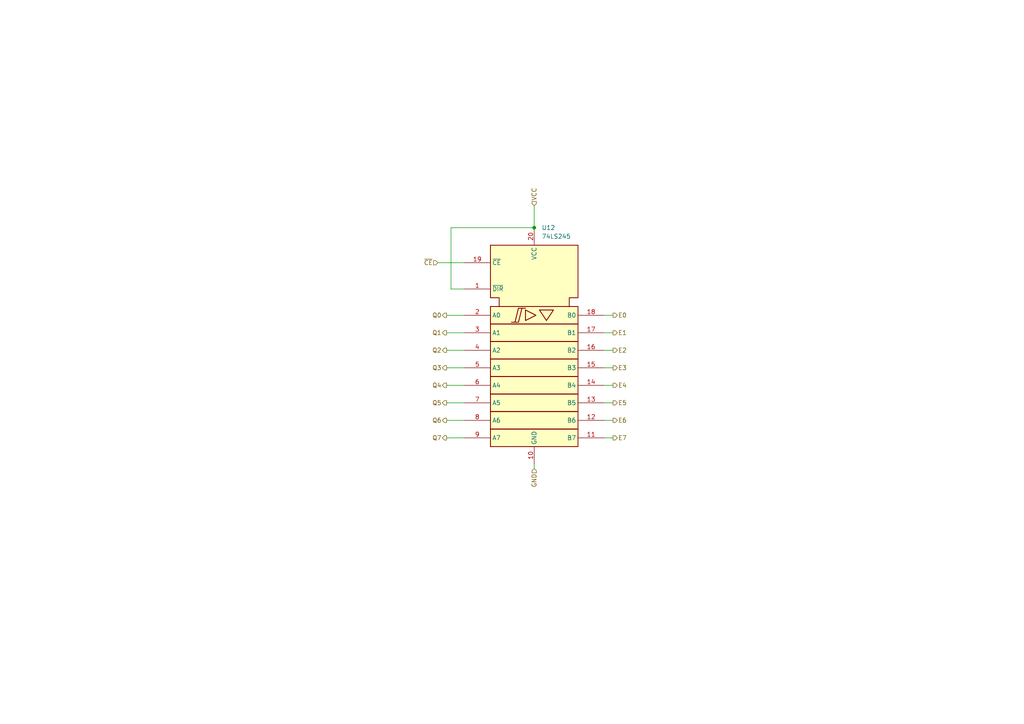
<source format=kicad_sch>
(kicad_sch (version 20250114) (generator "eeschema") (generator_version "9.0")
  (paper "A4")
  (title_block (title "Alu Selector") (date "2025-11-22") (rev "1.0") (company "Marco Vettigli"))
  (lib_symbols
    (symbol "74xx_IEEE:74LS245"
      (property "Reference" "U" (at 15.24 25.4 0))
      (property "Value" "74LS245" (at 5.08 -30.48 0))
      (symbol "74LS245_0_0"
        (polyline (pts (xy -6.604 10.668) (xy -4.572 10.668) (xy -3.556 14.732) (xy -2.54 14.732) (xy -4.572 14.732) (xy -5.588 10.668) (xy -5.588 10.668)) (stroke (width 0.254)) (fill (type background)))
        (polyline (pts (xy -2.54 14.224) (xy -2.54 11.176) (xy 0.508 12.7) (xy -2.54 14.224) (xy -2.54 14.224)) (stroke (width 0.254)) (fill (type background)))
        (polyline (pts (xy 1.524 14.224) (xy 5.588 14.224) (xy 3.556 11.176) (xy 1.524 14.224) (xy 1.524 14.224)) (stroke (width 0.254)) (fill (type background)))
        (pin power_in line (at 0 38.1 270) (length 5.08) (name "VCC") (number "20"))
        (pin power_in line (at 0 -30.48 90) (length 5.08) (name "GND") (number "10"))
      )
      (symbol "74LS245_0_1"
        (rectangle (start -12.7 15.24) (end 12.7 10.16) (stroke (width 0.254)) (fill (type background)))
        (rectangle (start -12.7 10.16) (end 12.7 5.08) (stroke (width 0.254)) (fill (type background)))
        (rectangle (start -12.7 5.08) (end 12.7 0) (stroke (width 0.254)) (fill (type background)))
        (rectangle (start -12.7 0) (end 12.7 -5.08) (stroke (width 0.254)) (fill (type background)))
        (rectangle (start -12.7 -5.08) (end 12.7 -10.16) (stroke (width 0.254)) (fill (type background)))
        (rectangle (start -12.7 -10.16) (end 12.7 -15.24) (stroke (width 0.254)) (fill (type background)))
        (rectangle (start -12.7 -15.24) (end 12.7 -20.32) (stroke (width 0.254)) (fill (type background)))
        (rectangle (start -12.7 -20.32) (end 12.7 -25.4) (stroke (width 0.254)) (fill (type background)))
        (polyline (pts (xy -10.16 15.24) (xy -10.16 17.78) (xy -12.7 17.78) (xy -12.7 33.02) (xy 12.7 33.02) (xy 12.7 17.78) (xy 10.16 17.78) (xy 10.16 15.24) (xy 10.16 15.24)) (stroke (width 0.254)) (fill (type background)))
      )
      (symbol "74LS245_1_1"
        (pin input line (at -20.32 27.94 0) (length 7.62) (name "~{CE}") (number "19"))
        (pin input line (at -20.32 20.32 0) (length 7.62) (name "~{DIR}") (number "1"))
        (pin tri_state line (at -20.32 12.7 0) (length 7.62) (name "A0") (number "2"))
        (pin tri_state line (at -20.32 7.62 0) (length 7.62) (name "A1") (number "3"))
        (pin tri_state line (at -20.32 2.54 0) (length 7.62) (name "A2") (number "4"))
        (pin tri_state line (at -20.32 -2.54 0) (length 7.62) (name "A3") (number "5"))
        (pin tri_state line (at -20.32 -7.62 0) (length 7.62) (name "A4") (number "6"))
        (pin tri_state line (at -20.32 -12.7 0) (length 7.62) (name "A5") (number "7"))
        (pin tri_state line (at -20.32 -17.78 0) (length 7.62) (name "A6") (number "8"))
        (pin tri_state line (at -20.32 -22.86 0) (length 7.62) (name "A7") (number "9"))
        (pin tri_state line (at 20.32 12.7 180) (length 7.62) (name "B0") (number "18"))
        (pin tri_state line (at 20.32 7.62 180) (length 7.62) (name "B1") (number "17"))
        (pin tri_state line (at 20.32 2.54 180) (length 7.62) (name "B2") (number "16"))
        (pin tri_state line (at 20.32 -2.54 180) (length 7.62) (name "B3") (number "15"))
        (pin tri_state line (at 20.32 -7.62 180) (length 7.62) (name "B4") (number "14"))
        (pin tri_state line (at 20.32 -12.7 180) (length 7.62) (name "B5") (number "13"))
        (pin tri_state line (at 20.32 -17.78 180) (length 7.62) (name "B6") (number "12"))
        (pin tri_state line (at 20.32 -22.86 180) (length 7.62) (name "B7") (number "11"))
      )
    )
  )
  (junction (at 154.94 66.04))
  (wire (pts (xy 175.26 121.92) (xy 177.8 121.92)))
  (wire (pts (xy 129.54 116.84) (xy 134.62 116.84)))
  (wire (pts (xy 127 76.2) (xy 134.62 76.2)))
  (wire (pts (xy 175.26 91.44) (xy 177.8 91.44)))
  (wire (pts (xy 129.54 121.92) (xy 134.62 121.92)))
  (wire (pts (xy 175.26 96.52) (xy 177.8 96.52)))
  (wire (pts (xy 154.94 134.62) (xy 154.94 135.89)))
  (wire (pts (xy 129.54 111.76) (xy 134.62 111.76)))
  (wire (pts (xy 129.54 91.44) (xy 134.62 91.44)))
  (wire (pts (xy 129.54 101.6) (xy 134.62 101.6)))
  (wire (pts (xy 129.54 106.68) (xy 134.62 106.68)))
  (wire (pts (xy 154.94 59.69) (xy 154.94 66.04)))
  (wire (pts (xy 129.54 96.52) (xy 134.62 96.52)))
  (wire (pts (xy 175.26 106.68) (xy 177.8 106.68)))
  (wire (pts (xy 175.26 111.76) (xy 177.8 111.76)))
  (wire (pts (xy 154.94 66.04) (xy 130.81 66.04)))
  (wire (pts (xy 175.26 116.84) (xy 177.8 116.84)))
  (wire (pts (xy 175.26 101.6) (xy 177.8 101.6)))
  (wire (pts (xy 130.81 66.04) (xy 130.81 83.82)))
  (wire (pts (xy 129.54 127) (xy 134.62 127)))
  (wire (pts (xy 175.26 127) (xy 177.8 127)))
  (wire (pts (xy 130.81 83.82) (xy 134.62 83.82)))
  (hierarchical_label "E0" (shape output) (at 177.8 91.44 0))
  (hierarchical_label "Q7" (shape output) (at 129.54 127 180))
  (hierarchical_label "Q3" (shape output) (at 129.54 106.68 180))
  (hierarchical_label "E7" (shape output) (at 177.8 127 0))
  (hierarchical_label "Q2" (shape output) (at 129.54 101.6 180))
  (hierarchical_label "E6" (shape output) (at 177.8 121.92 0))
  (hierarchical_label "Q1" (shape output) (at 129.54 96.52 180))
  (hierarchical_label "Q4" (shape output) (at 129.54 111.76 180))
  (hierarchical_label "Q6" (shape output) (at 129.54 121.92 180))
  (hierarchical_label "Q0" (shape output) (at 129.54 91.44 180))
  (hierarchical_label "Q5" (shape output) (at 129.54 116.84 180))
  (hierarchical_label "E2" (shape output) (at 177.8 101.6 0))
  (hierarchical_label "E3" (shape output) (at 177.8 106.68 0))
  (hierarchical_label "E5" (shape output) (at 177.8 116.84 0))
  (hierarchical_label "~{CE}" (shape input) (at 127 76.2 180))
  (hierarchical_label "GND" (shape input) (at 154.94 135.89 270))
  (hierarchical_label "VCC" (shape input) (at 154.94 59.69 90))
  (hierarchical_label "E4" (shape output) (at 177.8 111.76 0))
  (hierarchical_label "E1" (shape output) (at 177.8 96.52 0))
  (symbol (lib_id "74xx_IEEE:74LS245") (at 154.94 104.14 0) (unit 1)
    (property "Reference" "U10" (at 157.0833 66.04 0) (effects (justify left)))
    (property "Value" "74LS245" (at 157.0833 68.58 0) (effects (justify left)))
    (property "Footprint" "Package_DIP:DIP-20_W7.62mm" (effects (hide yes)))
    (instances (project "Shift Registers" (path "" (reference "U12") (unit 1)) (path "" (reference "U10") (unit 1)) (path "" (reference "U13") (unit 1)) (path "" (reference "U11") (unit 1))))
  )
)
</source>
